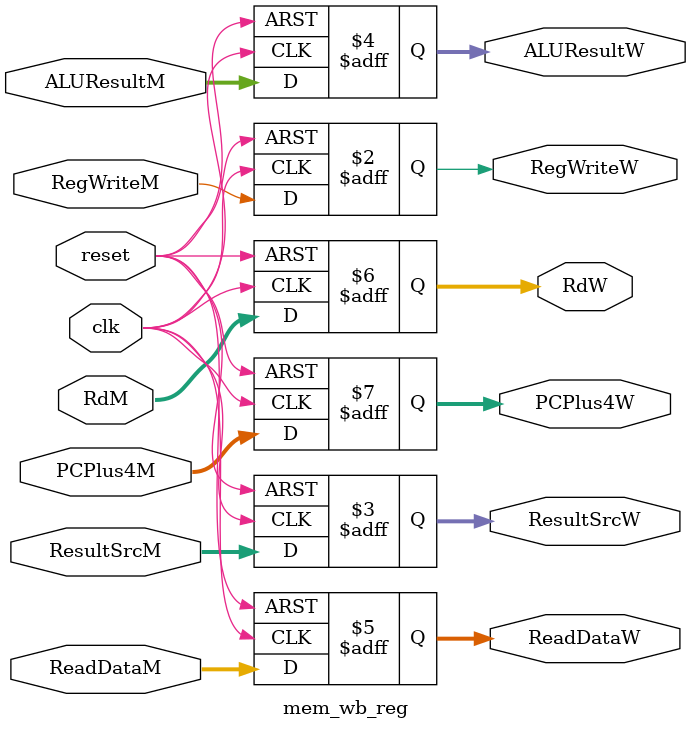
<source format=v>
module mem_wb_reg (
    input         clk,
    input         reset,
    input         RegWriteM,
    input  [1:0]  ResultSrcM,
    input  [31:0] ALUResultM,
    input  [31:0] ReadDataM,
    input  [4:0]  RdM,
    input  [31:0] PCPlus4M,
    output reg    RegWriteW,
    output reg [1:0] ResultSrcW,
    output reg [31:0] ALUResultW,
    output reg [31:0] ReadDataW,
    output reg [4:0]  RdW,
    output reg [31:0] PCPlus4W
);
    always @(posedge clk or posedge reset) begin
        if (reset) begin
            RegWriteW   <= 0;
            ResultSrcW  <= 0;
            ALUResultW  <= 0;
            ReadDataW   <= 0;
            RdW         <= 0;
            PCPlus4W    <= 0;
        end else begin
            RegWriteW   <= RegWriteM;
            ResultSrcW  <= ResultSrcM;
            ALUResultW  <= ALUResultM;
            ReadDataW   <= ReadDataM;
            RdW         <= RdM;
            PCPlus4W    <= PCPlus4M;
        end
    end
endmodule

</source>
